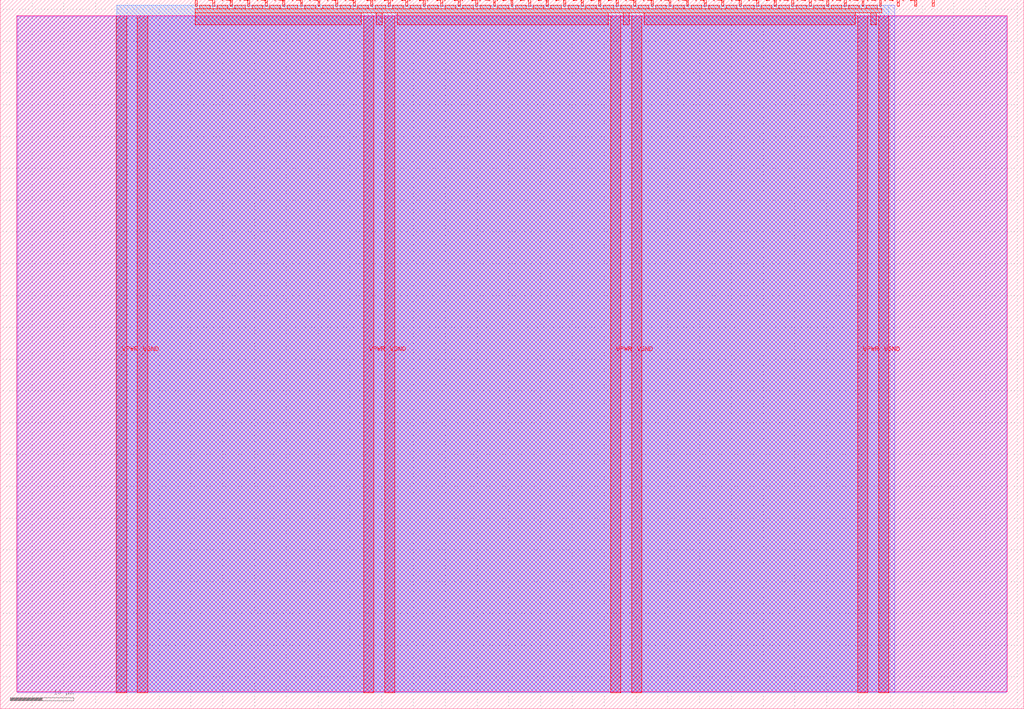
<source format=lef>
VERSION 5.7 ;
  NOWIREEXTENSIONATPIN ON ;
  DIVIDERCHAR "/" ;
  BUSBITCHARS "[]" ;
MACRO tt_um_wokwi_422957918936350721
  CLASS BLOCK ;
  FOREIGN tt_um_wokwi_422957918936350721 ;
  ORIGIN 0.000 0.000 ;
  SIZE 161.000 BY 111.520 ;
  PIN VGND
    DIRECTION INOUT ;
    USE GROUND ;
    PORT
      LAYER met4 ;
        RECT 21.580 2.480 23.180 109.040 ;
    END
    PORT
      LAYER met4 ;
        RECT 60.450 2.480 62.050 109.040 ;
    END
    PORT
      LAYER met4 ;
        RECT 99.320 2.480 100.920 109.040 ;
    END
    PORT
      LAYER met4 ;
        RECT 138.190 2.480 139.790 109.040 ;
    END
  END VGND
  PIN VPWR
    DIRECTION INOUT ;
    USE POWER ;
    PORT
      LAYER met4 ;
        RECT 18.280 2.480 19.880 109.040 ;
    END
    PORT
      LAYER met4 ;
        RECT 57.150 2.480 58.750 109.040 ;
    END
    PORT
      LAYER met4 ;
        RECT 96.020 2.480 97.620 109.040 ;
    END
    PORT
      LAYER met4 ;
        RECT 134.890 2.480 136.490 109.040 ;
    END
  END VPWR
  PIN clk
    DIRECTION INPUT ;
    USE SIGNAL ;
    PORT
      LAYER met4 ;
        RECT 143.830 110.520 144.130 111.520 ;
    END
  END clk
  PIN ena
    DIRECTION INPUT ;
    USE SIGNAL ;
    PORT
      LAYER met4 ;
        RECT 146.590 110.520 146.890 111.520 ;
    END
  END ena
  PIN rst_n
    DIRECTION INPUT ;
    USE SIGNAL ;
    PORT
      LAYER met4 ;
        RECT 141.070 110.520 141.370 111.520 ;
    END
  END rst_n
  PIN ui_in[0]
    DIRECTION INPUT ;
    USE SIGNAL ;
    ANTENNAGATEAREA 0.196500 ;
    PORT
      LAYER met4 ;
        RECT 138.310 110.520 138.610 111.520 ;
    END
  END ui_in[0]
  PIN ui_in[1]
    DIRECTION INPUT ;
    USE SIGNAL ;
    ANTENNAGATEAREA 0.196500 ;
    PORT
      LAYER met4 ;
        RECT 135.550 110.520 135.850 111.520 ;
    END
  END ui_in[1]
  PIN ui_in[2]
    DIRECTION INPUT ;
    USE SIGNAL ;
    ANTENNAGATEAREA 0.196500 ;
    PORT
      LAYER met4 ;
        RECT 132.790 110.520 133.090 111.520 ;
    END
  END ui_in[2]
  PIN ui_in[3]
    DIRECTION INPUT ;
    USE SIGNAL ;
    ANTENNAGATEAREA 0.196500 ;
    PORT
      LAYER met4 ;
        RECT 130.030 110.520 130.330 111.520 ;
    END
  END ui_in[3]
  PIN ui_in[4]
    DIRECTION INPUT ;
    USE SIGNAL ;
    ANTENNAGATEAREA 0.196500 ;
    PORT
      LAYER met4 ;
        RECT 127.270 110.520 127.570 111.520 ;
    END
  END ui_in[4]
  PIN ui_in[5]
    DIRECTION INPUT ;
    USE SIGNAL ;
    ANTENNAGATEAREA 0.196500 ;
    PORT
      LAYER met4 ;
        RECT 124.510 110.520 124.810 111.520 ;
    END
  END ui_in[5]
  PIN ui_in[6]
    DIRECTION INPUT ;
    USE SIGNAL ;
    ANTENNAGATEAREA 0.196500 ;
    PORT
      LAYER met4 ;
        RECT 121.750 110.520 122.050 111.520 ;
    END
  END ui_in[6]
  PIN ui_in[7]
    DIRECTION INPUT ;
    USE SIGNAL ;
    ANTENNAGATEAREA 0.196500 ;
    PORT
      LAYER met4 ;
        RECT 118.990 110.520 119.290 111.520 ;
    END
  END ui_in[7]
  PIN uio_in[0]
    DIRECTION INPUT ;
    USE SIGNAL ;
    PORT
      LAYER met4 ;
        RECT 116.230 110.520 116.530 111.520 ;
    END
  END uio_in[0]
  PIN uio_in[1]
    DIRECTION INPUT ;
    USE SIGNAL ;
    PORT
      LAYER met4 ;
        RECT 113.470 110.520 113.770 111.520 ;
    END
  END uio_in[1]
  PIN uio_in[2]
    DIRECTION INPUT ;
    USE SIGNAL ;
    PORT
      LAYER met4 ;
        RECT 110.710 110.520 111.010 111.520 ;
    END
  END uio_in[2]
  PIN uio_in[3]
    DIRECTION INPUT ;
    USE SIGNAL ;
    PORT
      LAYER met4 ;
        RECT 107.950 110.520 108.250 111.520 ;
    END
  END uio_in[3]
  PIN uio_in[4]
    DIRECTION INPUT ;
    USE SIGNAL ;
    PORT
      LAYER met4 ;
        RECT 105.190 110.520 105.490 111.520 ;
    END
  END uio_in[4]
  PIN uio_in[5]
    DIRECTION INPUT ;
    USE SIGNAL ;
    PORT
      LAYER met4 ;
        RECT 102.430 110.520 102.730 111.520 ;
    END
  END uio_in[5]
  PIN uio_in[6]
    DIRECTION INPUT ;
    USE SIGNAL ;
    PORT
      LAYER met4 ;
        RECT 99.670 110.520 99.970 111.520 ;
    END
  END uio_in[6]
  PIN uio_in[7]
    DIRECTION INPUT ;
    USE SIGNAL ;
    PORT
      LAYER met4 ;
        RECT 96.910 110.520 97.210 111.520 ;
    END
  END uio_in[7]
  PIN uio_oe[0]
    DIRECTION OUTPUT ;
    USE SIGNAL ;
    PORT
      LAYER met4 ;
        RECT 49.990 110.520 50.290 111.520 ;
    END
  END uio_oe[0]
  PIN uio_oe[1]
    DIRECTION OUTPUT ;
    USE SIGNAL ;
    PORT
      LAYER met4 ;
        RECT 47.230 110.520 47.530 111.520 ;
    END
  END uio_oe[1]
  PIN uio_oe[2]
    DIRECTION OUTPUT ;
    USE SIGNAL ;
    PORT
      LAYER met4 ;
        RECT 44.470 110.520 44.770 111.520 ;
    END
  END uio_oe[2]
  PIN uio_oe[3]
    DIRECTION OUTPUT ;
    USE SIGNAL ;
    PORT
      LAYER met4 ;
        RECT 41.710 110.520 42.010 111.520 ;
    END
  END uio_oe[3]
  PIN uio_oe[4]
    DIRECTION OUTPUT ;
    USE SIGNAL ;
    PORT
      LAYER met4 ;
        RECT 38.950 110.520 39.250 111.520 ;
    END
  END uio_oe[4]
  PIN uio_oe[5]
    DIRECTION OUTPUT ;
    USE SIGNAL ;
    PORT
      LAYER met4 ;
        RECT 36.190 110.520 36.490 111.520 ;
    END
  END uio_oe[5]
  PIN uio_oe[6]
    DIRECTION OUTPUT ;
    USE SIGNAL ;
    PORT
      LAYER met4 ;
        RECT 33.430 110.520 33.730 111.520 ;
    END
  END uio_oe[6]
  PIN uio_oe[7]
    DIRECTION OUTPUT ;
    USE SIGNAL ;
    PORT
      LAYER met4 ;
        RECT 30.670 110.520 30.970 111.520 ;
    END
  END uio_oe[7]
  PIN uio_out[0]
    DIRECTION OUTPUT ;
    USE SIGNAL ;
    PORT
      LAYER met4 ;
        RECT 72.070 110.520 72.370 111.520 ;
    END
  END uio_out[0]
  PIN uio_out[1]
    DIRECTION OUTPUT ;
    USE SIGNAL ;
    PORT
      LAYER met4 ;
        RECT 69.310 110.520 69.610 111.520 ;
    END
  END uio_out[1]
  PIN uio_out[2]
    DIRECTION OUTPUT ;
    USE SIGNAL ;
    PORT
      LAYER met4 ;
        RECT 66.550 110.520 66.850 111.520 ;
    END
  END uio_out[2]
  PIN uio_out[3]
    DIRECTION OUTPUT ;
    USE SIGNAL ;
    PORT
      LAYER met4 ;
        RECT 63.790 110.520 64.090 111.520 ;
    END
  END uio_out[3]
  PIN uio_out[4]
    DIRECTION OUTPUT ;
    USE SIGNAL ;
    PORT
      LAYER met4 ;
        RECT 61.030 110.520 61.330 111.520 ;
    END
  END uio_out[4]
  PIN uio_out[5]
    DIRECTION OUTPUT ;
    USE SIGNAL ;
    PORT
      LAYER met4 ;
        RECT 58.270 110.520 58.570 111.520 ;
    END
  END uio_out[5]
  PIN uio_out[6]
    DIRECTION OUTPUT ;
    USE SIGNAL ;
    PORT
      LAYER met4 ;
        RECT 55.510 110.520 55.810 111.520 ;
    END
  END uio_out[6]
  PIN uio_out[7]
    DIRECTION OUTPUT ;
    USE SIGNAL ;
    PORT
      LAYER met4 ;
        RECT 52.750 110.520 53.050 111.520 ;
    END
  END uio_out[7]
  PIN uo_out[0]
    DIRECTION OUTPUT ;
    USE SIGNAL ;
    ANTENNADIFFAREA 0.445500 ;
    PORT
      LAYER met4 ;
        RECT 94.150 110.520 94.450 111.520 ;
    END
  END uo_out[0]
  PIN uo_out[1]
    DIRECTION OUTPUT ;
    USE SIGNAL ;
    ANTENNADIFFAREA 0.445500 ;
    PORT
      LAYER met4 ;
        RECT 91.390 110.520 91.690 111.520 ;
    END
  END uo_out[1]
  PIN uo_out[2]
    DIRECTION OUTPUT ;
    USE SIGNAL ;
    ANTENNADIFFAREA 0.445500 ;
    PORT
      LAYER met4 ;
        RECT 88.630 110.520 88.930 111.520 ;
    END
  END uo_out[2]
  PIN uo_out[3]
    DIRECTION OUTPUT ;
    USE SIGNAL ;
    ANTENNADIFFAREA 0.445500 ;
    PORT
      LAYER met4 ;
        RECT 85.870 110.520 86.170 111.520 ;
    END
  END uo_out[3]
  PIN uo_out[4]
    DIRECTION OUTPUT ;
    USE SIGNAL ;
    ANTENNADIFFAREA 0.795200 ;
    PORT
      LAYER met4 ;
        RECT 83.110 110.520 83.410 111.520 ;
    END
  END uo_out[4]
  PIN uo_out[5]
    DIRECTION OUTPUT ;
    USE SIGNAL ;
    PORT
      LAYER met4 ;
        RECT 80.350 110.520 80.650 111.520 ;
    END
  END uo_out[5]
  PIN uo_out[6]
    DIRECTION OUTPUT ;
    USE SIGNAL ;
    PORT
      LAYER met4 ;
        RECT 77.590 110.520 77.890 111.520 ;
    END
  END uo_out[6]
  PIN uo_out[7]
    DIRECTION OUTPUT ;
    USE SIGNAL ;
    PORT
      LAYER met4 ;
        RECT 74.830 110.520 75.130 111.520 ;
    END
  END uo_out[7]
  OBS
      LAYER nwell ;
        RECT 2.570 2.635 158.430 108.990 ;
      LAYER li1 ;
        RECT 2.760 2.635 158.240 108.885 ;
      LAYER met1 ;
        RECT 2.760 2.480 158.240 109.040 ;
      LAYER met2 ;
        RECT 18.310 2.535 140.660 110.685 ;
      LAYER met3 ;
        RECT 18.290 2.555 139.780 110.665 ;
      LAYER met4 ;
        RECT 31.370 110.120 33.030 110.665 ;
        RECT 34.130 110.120 35.790 110.665 ;
        RECT 36.890 110.120 38.550 110.665 ;
        RECT 39.650 110.120 41.310 110.665 ;
        RECT 42.410 110.120 44.070 110.665 ;
        RECT 45.170 110.120 46.830 110.665 ;
        RECT 47.930 110.120 49.590 110.665 ;
        RECT 50.690 110.120 52.350 110.665 ;
        RECT 53.450 110.120 55.110 110.665 ;
        RECT 56.210 110.120 57.870 110.665 ;
        RECT 58.970 110.120 60.630 110.665 ;
        RECT 61.730 110.120 63.390 110.665 ;
        RECT 64.490 110.120 66.150 110.665 ;
        RECT 67.250 110.120 68.910 110.665 ;
        RECT 70.010 110.120 71.670 110.665 ;
        RECT 72.770 110.120 74.430 110.665 ;
        RECT 75.530 110.120 77.190 110.665 ;
        RECT 78.290 110.120 79.950 110.665 ;
        RECT 81.050 110.120 82.710 110.665 ;
        RECT 83.810 110.120 85.470 110.665 ;
        RECT 86.570 110.120 88.230 110.665 ;
        RECT 89.330 110.120 90.990 110.665 ;
        RECT 92.090 110.120 93.750 110.665 ;
        RECT 94.850 110.120 96.510 110.665 ;
        RECT 97.610 110.120 99.270 110.665 ;
        RECT 100.370 110.120 102.030 110.665 ;
        RECT 103.130 110.120 104.790 110.665 ;
        RECT 105.890 110.120 107.550 110.665 ;
        RECT 108.650 110.120 110.310 110.665 ;
        RECT 111.410 110.120 113.070 110.665 ;
        RECT 114.170 110.120 115.830 110.665 ;
        RECT 116.930 110.120 118.590 110.665 ;
        RECT 119.690 110.120 121.350 110.665 ;
        RECT 122.450 110.120 124.110 110.665 ;
        RECT 125.210 110.120 126.870 110.665 ;
        RECT 127.970 110.120 129.630 110.665 ;
        RECT 130.730 110.120 132.390 110.665 ;
        RECT 133.490 110.120 135.150 110.665 ;
        RECT 136.250 110.120 137.910 110.665 ;
        RECT 30.655 109.440 138.625 110.120 ;
        RECT 30.655 107.615 56.750 109.440 ;
        RECT 59.150 107.615 60.050 109.440 ;
        RECT 62.450 107.615 95.620 109.440 ;
        RECT 98.020 107.615 98.920 109.440 ;
        RECT 101.320 107.615 134.490 109.440 ;
        RECT 136.890 107.615 137.790 109.440 ;
  END
END tt_um_wokwi_422957918936350721
END LIBRARY


</source>
